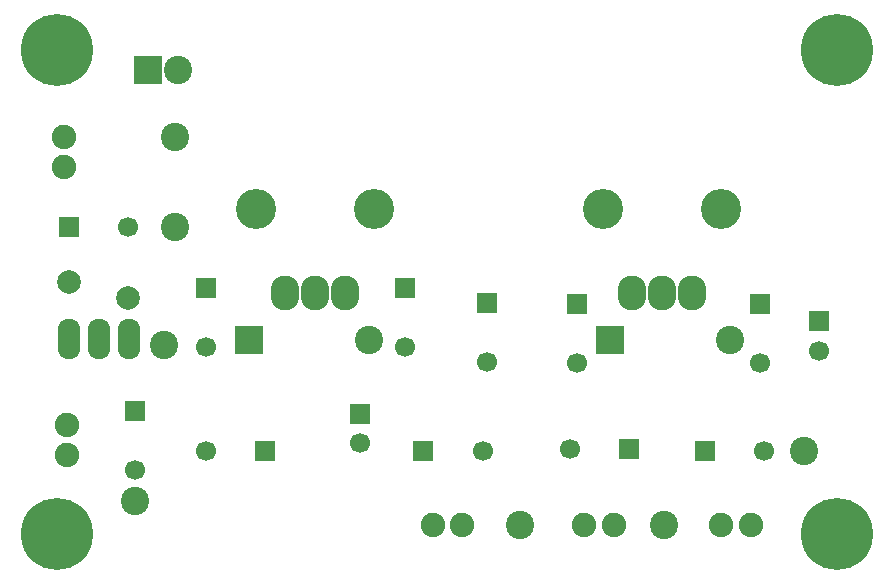
<source format=gts>
G04 #@! TF.FileFunction,Soldermask,Top*
%FSLAX46Y46*%
G04 Gerber Fmt 4.6, Leading zero omitted, Abs format (unit mm)*
G04 Created by KiCad (PCBNEW 4.0.4-stable) date 09/19/16 20:25:30*
%MOMM*%
%LPD*%
G01*
G04 APERTURE LIST*
%ADD10C,0.100000*%
%ADD11R,1.700000X1.700000*%
%ADD12C,1.700000*%
%ADD13R,2.400000X2.400000*%
%ADD14C,2.400000*%
%ADD15C,2.398980*%
%ADD16R,2.398980X2.398980*%
%ADD17C,2.076400*%
%ADD18O,2.432000X2.940000*%
%ADD19C,2.000000*%
%ADD20C,3.400000*%
%ADD21O,1.924000X3.448000*%
%ADD22C,6.100000*%
G04 APERTURE END LIST*
D10*
D11*
X129400000Y-97400000D03*
D12*
X129400000Y-102400000D03*
D11*
X137000000Y-97500000D03*
D12*
X137000000Y-102500000D03*
D11*
X152500000Y-97500000D03*
D12*
X152500000Y-102500000D03*
D11*
X110600000Y-110000000D03*
D12*
X105600000Y-110000000D03*
D11*
X105600000Y-96200000D03*
D12*
X105600000Y-101200000D03*
D11*
X122400000Y-96200000D03*
D12*
X122400000Y-101200000D03*
D13*
X100700000Y-77700000D03*
D14*
X103240000Y-77700000D03*
D15*
X149960000Y-100597460D03*
D16*
X139800000Y-100597460D03*
D15*
X119360000Y-100597460D03*
D16*
X109200000Y-100597460D03*
D11*
X94000000Y-91000000D03*
D12*
X99000000Y-91000000D03*
D11*
X147800000Y-110000000D03*
D12*
X152800000Y-110000000D03*
D11*
X141400000Y-109800000D03*
D12*
X136400000Y-109800000D03*
D11*
X124000000Y-110000000D03*
D12*
X129000000Y-110000000D03*
D17*
X93600000Y-83400000D03*
X93600000Y-85900000D03*
X149200000Y-116200000D03*
X151700000Y-116200000D03*
X137600000Y-116200000D03*
X140100000Y-116200000D03*
X124800000Y-116200000D03*
X127300000Y-116200000D03*
D18*
X144200000Y-96600000D03*
X146740000Y-96600000D03*
X141660000Y-96600000D03*
X114800000Y-96600000D03*
X117340000Y-96600000D03*
X112260000Y-96600000D03*
D15*
X102000000Y-101000000D03*
X156200000Y-110000000D03*
X144400000Y-116200000D03*
X132200000Y-116200000D03*
D19*
X99000000Y-97000000D03*
X94000000Y-95700000D03*
D12*
X157500000Y-101500000D03*
D11*
X157500000Y-99000000D03*
D12*
X118600000Y-109300000D03*
D11*
X118600000Y-106800000D03*
D20*
X139200000Y-89500000D03*
X149200000Y-89500000D03*
X109800000Y-89500000D03*
X119800000Y-89500000D03*
D11*
X99600000Y-106600000D03*
D12*
X99600000Y-111600000D03*
D17*
X93800000Y-107800000D03*
X93800000Y-110300000D03*
D15*
X99600000Y-114200000D03*
X103000000Y-91000000D03*
X103000000Y-83380000D03*
D21*
X99040000Y-100500000D03*
X96500000Y-100500000D03*
X93960000Y-100500000D03*
D22*
X159000000Y-76000000D03*
X93000000Y-76000000D03*
X93000000Y-117000000D03*
X159000000Y-117000000D03*
M02*

</source>
